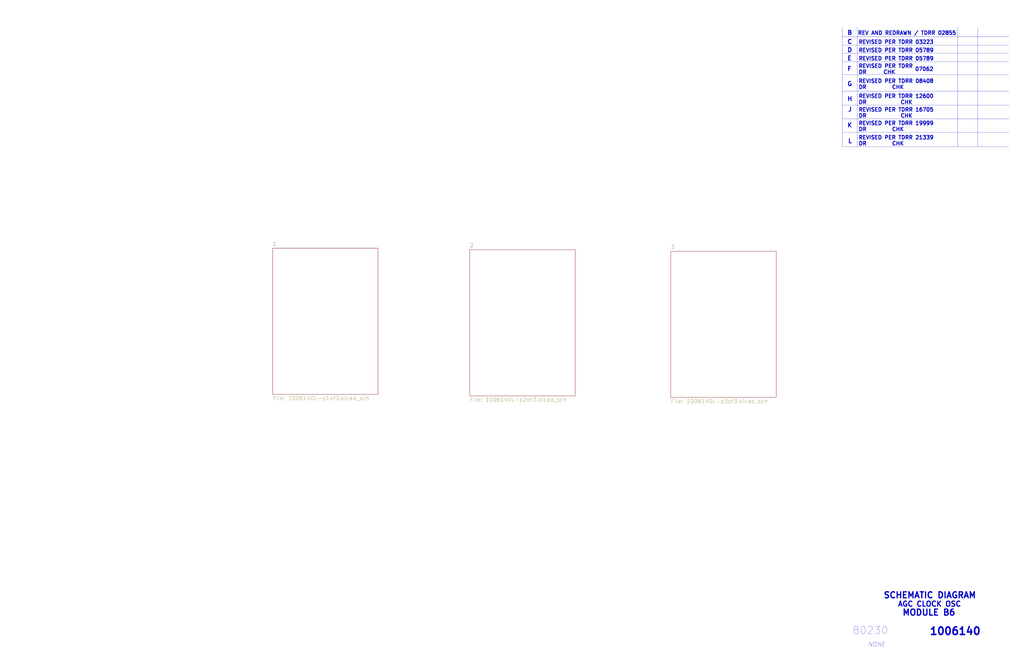
<source format=kicad_sch>
(kicad_sch (version 20211123) (generator eeschema)
  (paper "D")
  (lib_symbols)
  (polyline (pts (xy 807.72 23.114) (xy 807.72 123.825)) (stroke (width 0) (type solid)))
  (polyline (pts (xy 710.311 52.07) (xy 850.9 52.07)) (stroke (width 0) (type solid)))
  (polyline (pts (xy 710.311 100.33) (xy 850.9 100.33)) (stroke (width 0) (type solid)))
  (polyline (pts (xy 710.311 23.114) (xy 710.311 123.825)) (stroke (width 0) (type solid)))
  (polyline (pts (xy 710.311 38.1) (xy 850.9 38.1)) (stroke (width 0) (type solid)))
  (polyline (pts (xy 710.311 123.825) (xy 850.9 123.825)) (stroke (width 0) (type solid)))
  (polyline (pts (xy 710.311 31.115) (xy 850.9 31.115)) (stroke (width 0) (type solid)))
  (polyline (pts (xy 710.311 88.9) (xy 850.9 88.9)) (stroke (width 0) (type solid)))
  (polyline (pts (xy 710.311 111.76) (xy 850.9 111.76)) (stroke (width 0) (type solid)))
  (polyline (pts (xy 710.311 76.835) (xy 850.9 76.835)) (stroke (width 0) (type solid)))
  (polyline (pts (xy 710.311 62.865) (xy 850.9 62.865)) (stroke (width 0) (type solid)))
  (polyline (pts (xy 723.011 23.114) (xy 723.011 123.825)) (stroke (width 0) (type solid)))
  (polyline (pts (xy 824.611 23.114) (xy 824.611 123.825)) (stroke (width 0) (type solid)))
  (polyline (pts (xy 710.311 45.085) (xy 850.9 45.085)) (stroke (width 0) (type solid)))
  (text "B" (at 714.375 29.845 0) (effects (font (size 3.556 3.556) (thickness 0.7112) bold) (justify left bottom)))
  (text "REVISED PER TDRR 12600\nDR            CHK" (at 723.9 88.265 0) (effects (font (size 3.175 3.175) (thickness 0.635) bold) (justify left bottom)))
  (text "J" (at 715.01 94.615 0) (effects (font (size 3.556 3.556) (thickness 0.7112) bold) (justify left bottom)))
  (text "H" (at 714.375 85.725 0) (effects (font (size 3.556 3.556) (thickness 0.7112) bold) (justify left bottom)))
  (text "07062" (at 771.525 60.325 0) (effects (font (size 3.175 3.175) (thickness 0.635) bold) (justify left bottom)))
  (text "E" (at 714.375 51.435 0) (effects (font (size 3.556 3.556) (thickness 0.7112) bold) (justify left bottom)))
  (text "REVISED PER TDRR 21339\nDR         CHK" (at 723.9 123.19 0) (effects (font (size 3.175 3.175) (thickness 0.635) bold) (justify left bottom)))
  (text "AGC CLOCK OSC" (at 756.92 512.445 0) (effects (font (size 4.318 4.318) (thickness 0.8636) bold) (justify left bottom)))
  (text "80230" (at 718.82 535.94 0) (effects (font (size 6.35 6.35)) (justify left bottom)))
  (text "REVISED PER TDRR 05789" (at 723.9 51.435 0) (effects (font (size 3.175 3.175) (thickness 0.635) bold) (justify left bottom)))
  (text "REVISED PER TDRR 19999\nDR         CHK" (at 723.9 111.125 0) (effects (font (size 3.175 3.175) (thickness 0.635) bold) (justify left bottom)))
  (text "NONE" (at 732.155 546.1 0) (effects (font (size 3.556 3.556) italic) (justify left bottom)))
  (text "L" (at 715.01 121.285 0) (effects (font (size 3.556 3.556) (thickness 0.7112) bold) (justify left bottom)))
  (text "D" (at 714.375 44.45 0) (effects (font (size 3.556 3.556) (thickness 0.7112) bold) (justify left bottom)))
  (text "REVISED PER TDRR 03223" (at 723.9 37.465 0) (effects (font (size 3.175 3.175) (thickness 0.635) bold) (justify left bottom)))
  (text "K" (at 714.375 107.95 0) (effects (font (size 3.556 3.556) (thickness 0.7112) bold) (justify left bottom)))
  (text "F" (at 714.375 60.325 0) (effects (font (size 3.556 3.556) (thickness 0.7112) bold) (justify left bottom)))
  (text "REVISED PER TDRR \nDR      CHK" (at 723.9 62.865 0) (effects (font (size 3.175 3.175) (thickness 0.635) bold) (justify left bottom)))
  (text "REVISED PER TDRR 16705\nDR            CHK" (at 723.9 99.695 0) (effects (font (size 3.175 3.175) (thickness 0.635) bold) (justify left bottom)))
  (text "1006140" (at 783.59 536.575 0) (effects (font (size 6.35 6.35) (thickness 1.27) bold) (justify left bottom)))
  (text "C" (at 714.375 37.465 0) (effects (font (size 3.556 3.556) (thickness 0.7112) bold) (justify left bottom)))
  (text "MODULE B6" (at 760.73 520.065 0) (effects (font (size 5.08 5.08) (thickness 1.016) bold) (justify left bottom)))
  (text "SCHEMATIC DIAGRAM" (at 744.855 505.46 0) (effects (font (size 5.08 5.08) (thickness 1.016) bold) (justify left bottom)))
  (text "REVISED PER TDRR 05789" (at 723.9 44.45 0) (effects (font (size 3.175 3.175) (thickness 0.635) bold) (justify left bottom)))
  (text "G" (at 714.375 73.025 0) (effects (font (size 3.556 3.556) (thickness 0.7112) bold) (justify left bottom)))
  (text "REV AND REDRAWN / TDRR 02855" (at 723.265 29.845 0) (effects (font (size 3.175 3.175) (thickness 0.635) bold) (justify left bottom)))
  (text "REVISED PER TDRR 08408\nDR         CHK" (at 723.9 75.565 0) (effects (font (size 3.175 3.175) (thickness 0.635) bold) (justify left bottom)))
  (sheet (at 229.87 209.55) (size 88.9 123.19)
    (property "Sheet name" "1" (at 229.87 207.8224 0) (effects (font (size 3.302 3.302)) (justify left bottom)))
    (property "Sheet file" "1006140L-p1of3.kicad_sch" (at 229.87 334.1374 0) (effects (font (size 3.302 3.302)) (justify left top)))
  )
  (sheet (at 396.24 210.82) (size 88.9 123.19)
    (property "Sheet name" "2" (at 396.24 209.0924 0) (effects (font (size 3.302 3.302)) (justify left bottom)))
    (property "Sheet file" "1006140L-p2of3.kicad_sch" (at 396.24 335.4074 0) (effects (font (size 3.302 3.302)) (justify left top)))
  )
  (sheet (at 565.785 212.09) (size 88.9 123.19)
    (property "Sheet name" "3" (at 565.785 210.3624 0) (effects (font (size 3.302 3.302)) (justify left bottom)))
    (property "Sheet file" "1006140L-p3of3.kicad_sch" (at 565.785 336.6774 0) (effects (font (size 3.302 3.302)) (justify left top)))
  )
)
</source>
